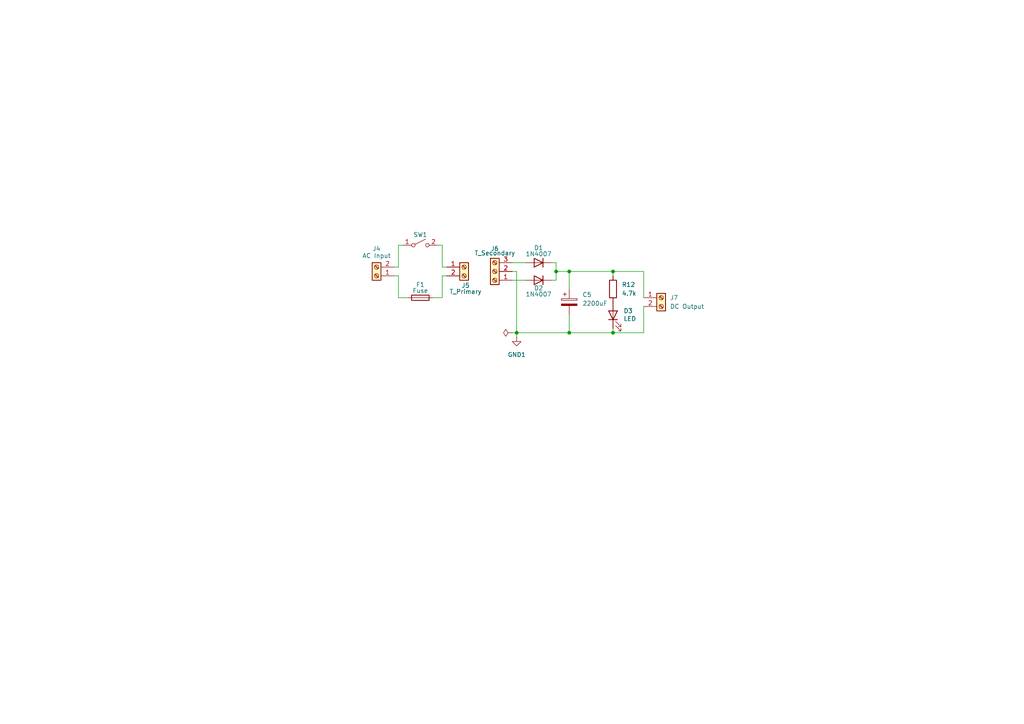
<source format=kicad_sch>
(kicad_sch (version 20250114) (generator "eeschema") (generator_version "9.0")
  (paper "A4")
  (lib_symbols
    (symbol "Connector:Screw_Terminal_01x02" (pin_names (offset 1.016) (hide yes))
      (property "Reference" "J" (at 0 2.54 0))
      (property "Value" "Screw_Terminal_01x02" (at 0 -5.08 0))
      (symbol "Screw_Terminal_01x02_1_1"
        (rectangle (start -1.27 1.27) (end 1.27 -3.81) (stroke (width 0.254)) (fill (type background)))
        (polyline (pts (xy -0.5334 0.3302) (xy 0.3302 -0.508)) (stroke (width 0.1524)))
        (polyline (pts (xy -0.5334 -2.2098) (xy 0.3302 -3.048)) (stroke (width 0.1524)))
        (polyline (pts (xy -0.3556 0.508) (xy 0.508 -0.3302)) (stroke (width 0.1524)))
        (polyline (pts (xy -0.3556 -2.032) (xy 0.508 -2.8702)) (stroke (width 0.1524)))
        (circle (center 0 0) (radius 0.635) (stroke (width 0.1524)))
        (circle (center 0 -2.54) (radius 0.635) (stroke (width 0.1524)))
        (pin passive line (at -5.08 0 0) (length 3.81) (name "Pin_1") (number "1"))
        (pin passive line (at -5.08 -2.54 0) (length 3.81) (name "Pin_2") (number "2"))
      )
    )
    (symbol "Connector:Screw_Terminal_01x03" (pin_names (offset 1.016) (hide yes))
      (property "Reference" "J" (at 0 5.08 0))
      (property "Value" "Screw_Terminal_01x03" (at 0 -5.08 0))
      (symbol "Screw_Terminal_01x03_1_1"
        (rectangle (start -1.27 3.81) (end 1.27 -3.81) (stroke (width 0.254)) (fill (type background)))
        (polyline (pts (xy -0.5334 2.8702) (xy 0.3302 2.032)) (stroke (width 0.1524)))
        (polyline (pts (xy -0.5334 0.3302) (xy 0.3302 -0.508)) (stroke (width 0.1524)))
        (polyline (pts (xy -0.5334 -2.2098) (xy 0.3302 -3.048)) (stroke (width 0.1524)))
        (polyline (pts (xy -0.3556 3.048) (xy 0.508 2.2098)) (stroke (width 0.1524)))
        (polyline (pts (xy -0.3556 0.508) (xy 0.508 -0.3302)) (stroke (width 0.1524)))
        (polyline (pts (xy -0.3556 -2.032) (xy 0.508 -2.8702)) (stroke (width 0.1524)))
        (circle (center 0 2.54) (radius 0.635) (stroke (width 0.1524)))
        (circle (center 0 0) (radius 0.635) (stroke (width 0.1524)))
        (circle (center 0 -2.54) (radius 0.635) (stroke (width 0.1524)))
        (pin passive line (at -5.08 2.54 0) (length 3.81) (name "Pin_1") (number "1"))
        (pin passive line (at -5.08 0 0) (length 3.81) (name "Pin_2") (number "2"))
        (pin passive line (at -5.08 -2.54 0) (length 3.81) (name "Pin_3") (number "3"))
      )
    )
    (symbol "Device:C_Polarized" (pin_numbers (hide yes)) (pin_names (offset 0.254))
      (property "Reference" "C" (at 0.635 2.54 0))
      (property "Value" "C_Polarized" (at 0.635 -2.54 0))
      (symbol "C_Polarized_0_1"
        (rectangle (start -2.286 0.508) (end 2.286 1.016))
        (polyline (pts (xy -1.778 2.286) (xy -0.762 2.286)))
        (polyline (pts (xy -1.27 2.794) (xy -1.27 1.778)))
        (rectangle (start 2.286 -0.508) (end -2.286 -1.016) (fill (type outline)))
      )
      (symbol "C_Polarized_1_1"
        (pin passive line (at 0 3.81 270) (length 2.794) (name "~") (number "1"))
        (pin passive line (at 0 -3.81 90) (length 2.794) (name "~") (number "2"))
      )
    )
    (symbol "Device:Fuse" (pin_numbers (hide yes)) (pin_names (offset 0))
      (property "Reference" "F" (at 2.032 0 90))
      (property "Value" "Fuse" (at -1.905 0 90))
      (symbol "Fuse_0_1"
        (rectangle (start -0.762 -2.54) (end 0.762 2.54) (stroke (width 0.254)))
        (polyline (pts (xy 0 2.54) (xy 0 -2.54)))
      )
      (symbol "Fuse_1_1"
        (pin passive line (at 0 3.81 270) (length 1.27) (name "~") (number "1"))
        (pin passive line (at 0 -3.81 90) (length 1.27) (name "~") (number "2"))
      )
    )
    (symbol "Device:LED" (pin_numbers (hide yes)) (pin_names (offset 1.016) (hide yes))
      (property "Reference" "D" (at 0 2.54 0))
      (property "Value" "LED" (at 0 -2.54 0))
      (symbol "LED_0_1"
        (polyline (pts (xy -3.048 -0.762) (xy -4.572 -2.286) (xy -3.81 -2.286) (xy -4.572 -2.286) (xy -4.572 -1.524)))
        (polyline (pts (xy -1.778 -0.762) (xy -3.302 -2.286) (xy -2.54 -2.286) (xy -3.302 -2.286) (xy -3.302 -1.524)))
        (polyline (pts (xy -1.27 0) (xy 1.27 0)))
        (polyline (pts (xy -1.27 -1.27) (xy -1.27 1.27)) (stroke (width 0.254)))
        (polyline (pts (xy 1.27 -1.27) (xy 1.27 1.27) (xy -1.27 0) (xy 1.27 -1.27)) (stroke (width 0.254)))
      )
      (symbol "LED_1_1"
        (pin passive line (at -3.81 0 0) (length 2.54) (name "K") (number "1"))
        (pin passive line (at 3.81 0 180) (length 2.54) (name "A") (number "2"))
      )
    )
    (symbol "Device:R" (pin_numbers (hide yes)) (pin_names (offset 0))
      (property "Reference" "R" (at 2.032 0 90))
      (property "Value" "R" (at 0 0 90))
      (symbol "R_0_1"
        (rectangle (start -1.016 -2.54) (end 1.016 2.54) (stroke (width 0.254)))
      )
      (symbol "R_1_1"
        (pin passive line (at 0 3.81 270) (length 1.27) (name "~") (number "1"))
        (pin passive line (at 0 -3.81 90) (length 1.27) (name "~") (number "2"))
      )
    )
    (symbol "Diode:1N4007" (pin_numbers (hide yes)) (pin_names (hide yes))
      (property "Reference" "D" (at 0 2.54 0))
      (property "Value" "1N4007" (at 0 -2.54 0))
      (symbol "1N4007_0_1"
        (polyline (pts (xy -1.27 1.27) (xy -1.27 -1.27)) (stroke (width 0.254)))
        (polyline (pts (xy 1.27 1.27) (xy 1.27 -1.27) (xy -1.27 0) (xy 1.27 1.27)) (stroke (width 0.254)))
        (polyline (pts (xy 1.27 0) (xy -1.27 0)))
      )
      (symbol "1N4007_1_1"
        (pin passive line (at -3.81 0 0) (length 2.54) (name "K") (number "1"))
        (pin passive line (at 3.81 0 180) (length 2.54) (name "A") (number "2"))
      )
    )
    (symbol "Switch:SW_SPST" (pin_names (offset 0) (hide yes))
      (property "Reference" "SW" (at 0 3.175 0))
      (property "Value" "SW_SPST" (at 0 -2.54 0))
      (symbol "SW_SPST_0_0"
        (circle (center -2.032 0) (radius 0.508))
        (polyline (pts (xy -1.524 0.254) (xy 1.524 1.778)))
        (circle (center 2.032 0) (radius 0.508))
      )
      (symbol "SW_SPST_1_1"
        (pin passive line (at -5.08 0 0) (length 2.54) (name "A") (number "1"))
        (pin passive line (at 5.08 0 180) (length 2.54) (name "B") (number "2"))
      )
    )
    (symbol "power:GND1" (power) (pin_numbers (hide yes)) (pin_names (offset 0) (hide yes))
      (property "Value" "GND1" (at 0 -3.81 0))
      (symbol "GND1_0_1"
        (polyline (pts (xy 0 0) (xy 0 -1.27) (xy 1.27 -1.27) (xy 0 -2.54) (xy -1.27 -1.27) (xy 0 -1.27)))
      )
      (symbol "GND1_1_1"
        (pin power_in line (at 0 0 270) (length 0) (name "~") (number "1"))
      )
    )
    (symbol "power:PWR_FLAG" (power) (pin_numbers (hide yes)) (pin_names (offset 0) (hide yes))
      (property "Value" "PWR_FLAG" (at 0 3.81 0))
      (symbol "PWR_FLAG_0_0"
        (pin power_out line (at 0 0 90) (length 0) (name "~") (number "1"))
      )
      (symbol "PWR_FLAG_0_1"
        (polyline (pts (xy 0 0) (xy 0 1.27) (xy -1.016 1.905) (xy 0 2.54) (xy 1.016 1.905) (xy 0 1.27)))
      )
    )
  )
  (junction (at 149.86 96.52))
  (junction (at 177.8 96.52))
  (junction (at 165.1 78.74))
  (junction (at 165.1 96.52))
  (junction (at 177.8 78.74))
  (junction (at 161.29 78.74))
  (wire (pts (xy 115.57 77.47) (xy 115.57 71.12)))
  (wire (pts (xy 148.59 76.2) (xy 152.4 76.2)))
  (wire (pts (xy 149.86 78.74) (xy 149.86 96.52)))
  (wire (pts (xy 161.29 76.2) (xy 161.29 78.74)))
  (wire (pts (xy 125.73 86.36) (xy 128.27 86.36)))
  (wire (pts (xy 148.59 81.28) (xy 152.4 81.28)))
  (wire (pts (xy 128.27 77.47) (xy 128.27 71.12)))
  (wire (pts (xy 186.69 96.52) (xy 177.8 96.52)))
  (wire (pts (xy 165.1 96.52) (xy 165.1 91.44)))
  (wire (pts (xy 161.29 78.74) (xy 161.29 81.28)))
  (wire (pts (xy 129.54 77.47) (xy 128.27 77.47)))
  (wire (pts (xy 128.27 71.12) (xy 127 71.12)))
  (wire (pts (xy 165.1 78.74) (xy 177.8 78.74)))
  (wire (pts (xy 160.02 76.2) (xy 161.29 76.2)))
  (wire (pts (xy 128.27 86.36) (xy 128.27 80.01)))
  (wire (pts (xy 161.29 81.28) (xy 160.02 81.28)))
  (wire (pts (xy 165.1 83.82) (xy 165.1 78.74)))
  (wire (pts (xy 148.59 78.74) (xy 149.86 78.74)))
  (wire (pts (xy 128.27 80.01) (xy 129.54 80.01)))
  (wire (pts (xy 115.57 71.12) (xy 116.84 71.12)))
  (wire (pts (xy 186.69 86.36) (xy 186.69 78.74)))
  (wire (pts (xy 177.8 80.01) (xy 177.8 78.74)))
  (wire (pts (xy 177.8 95.25) (xy 177.8 96.52)))
  (wire (pts (xy 115.57 80.01) (xy 115.57 86.36)))
  (wire (pts (xy 149.86 96.52) (xy 165.1 96.52)))
  (wire (pts (xy 115.57 86.36) (xy 118.11 86.36)))
  (wire (pts (xy 148.59 96.52) (xy 149.86 96.52)))
  (wire (pts (xy 114.3 80.01) (xy 115.57 80.01)))
  (wire (pts (xy 114.3 77.47) (xy 115.57 77.47)))
  (wire (pts (xy 149.86 97.79) (xy 149.86 96.52)))
  (wire (pts (xy 165.1 78.74) (xy 161.29 78.74)))
  (wire (pts (xy 186.69 78.74) (xy 177.8 78.74)))
  (wire (pts (xy 186.69 88.9) (xy 186.69 96.52)))
  (wire (pts (xy 165.1 96.52) (xy 177.8 96.52)))
  (symbol (lib_id "Switch:SW_SPST") (at 121.92 71.12 0) (unit 1)
    (property "Reference" "SW1" (at 121.92 68.072 0))
    (property "Value" "SW_SPST" (effects (hide yes)))
    (property "Footprint" "TerminalBlock_Phoenix:TerminalBlock_Phoenix_PT-1,5-2-5.0-H_1x02_P5.00mm_Horizontal" (effects (hide yes)))
    (property "Description" "Single Pole Single Throw (SPST) switch" (effects (hide yes)))
  )
  (symbol (lib_id "Connector:Screw_Terminal_01x02") (at 134.62 77.47 0) (unit 1)
    (property "Reference" "J5" (at 133.858 82.804 0) (effects (justify left)))
    (property "Value" "T_Primary" (at 130.302 84.582 0) (effects (justify left)))
    (property "Footprint" "TerminalBlock_Phoenix:TerminalBlock_Phoenix_PT-1,5-2-5.0-H_1x02_P5.00mm_Horizontal" (effects (hide yes)))
    (property "Description" "Generic screw terminal, single row, 01x02, script generated (kicad-library-utils/schlib/autogen/connector/)" (effects (hide yes)))
  )
  (symbol (lib_id "Device:R") (at 177.8 83.82 0) (unit 1)
    (property "Reference" "R12" (at 180.34 82.5499 0) (effects (justify left)))
    (property "Value" "4.7k" (at 180.34 85.0899 0) (effects (justify left)))
    (property "Footprint" "Resistor_THT:R_Axial_DIN0207_L6.3mm_D2.5mm_P7.62mm_Horizontal" (effects (hide yes)))
    (property "Description" "Resistor" (effects (hide yes)))
  )
  (symbol (lib_id "power:PWR_FLAG") (at 148.59 96.52 90) (unit 1)
    (property "Reference" "#FLG03" (effects (hide yes)))
    (property "Value" "PWR_FLAG" (effects (hide yes)))
    (property "Description" "Special symbol for telling ERC where power comes from" (effects (hide yes)))
  )
  (symbol (lib_id "Diode:1N4007") (at 156.21 76.2 180) (unit 1)
    (property "Reference" "D1" (at 156.21 71.882 0))
    (property "Value" "1N4007" (at 156.21 73.66 0))
    (property "Footprint" "Diode_THT:D_DO-41_SOD81_P10.16mm_Horizontal" (effects (hide yes)))
    (property "Datasheet" "http://www.vishay.com/docs/88503/1n4001.pdf" (effects (hide yes)))
    (property "Description" "1000V 1A General Purpose Rectifier Diode, DO-41" (effects (hide yes)))
    (property "Sim.Device" "D" (effects (hide yes)))
    (property "Sim.Pins" "1=K 2=A" (effects (hide yes)))
  )
  (symbol (lib_id "Device:C_Polarized") (at 165.1 87.63 0) (unit 1)
    (property "Reference" "C5" (at 168.91 85.4709 0) (effects (justify left)))
    (property "Value" "2200uF" (at 168.91 88.0109 0) (effects (justify left)))
    (property "Footprint" "Capacitor_THT:CP_Radial_D12.5mm_P5.00mm" (effects (hide yes)))
    (property "Description" "Polarized capacitor" (effects (hide yes)))
  )
  (symbol (lib_id "Connector:Screw_Terminal_01x02") (at 191.77 86.36 0) (unit 1)
    (property "Reference" "J7" (at 194.31 86.3599 0) (effects (justify left)))
    (property "Value" "DC Output" (at 194.31 88.8999 0) (effects (justify left)))
    (property "Footprint" "TerminalBlock_Phoenix:TerminalBlock_Phoenix_PT-1,5-2-5.0-H_1x02_P5.00mm_Horizontal" (effects (hide yes)))
    (property "Description" "Generic screw terminal, single row, 01x02, script generated (kicad-library-utils/schlib/autogen/connector/)" (effects (hide yes)))
  )
  (symbol (lib_id "Connector:Screw_Terminal_01x03") (at 143.51 78.74 180) (unit 1)
    (property "Reference" "J6" (at 143.51 72.136 0))
    (property "Value" "T_Secondary" (at 143.51 73.406 0))
    (property "Footprint" "TerminalBlock_Phoenix:TerminalBlock_Phoenix_PT-1,5-3-5.0-H_1x03_P5.00mm_Horizontal" (effects (hide yes)))
    (property "Description" "Generic screw terminal, single row, 01x03, script generated (kicad-library-utils/schlib/autogen/connector/)" (effects (hide yes)))
  )
  (symbol (lib_id "Device:Fuse") (at 121.92 86.36 90) (unit 1)
    (property "Reference" "F1" (at 121.92 82.55 90))
    (property "Value" "Fuse" (at 121.92 84.328 90))
    (property "Footprint" "MyFuse_THT:BLX-A 5×20 Black Glass Fuse Holder with Cover" (effects (hide yes)))
    (property "Description" "Fuse" (effects (hide yes)))
  )
  (symbol (lib_id "Diode:1N4007") (at 156.21 81.28 180) (unit 1)
    (property "Reference" "D2" (at 156.21 83.566 0))
    (property "Value" "1N4007" (at 156.21 85.344 0))
    (property "Footprint" "Diode_THT:D_DO-41_SOD81_P10.16mm_Horizontal" (effects (hide yes)))
    (property "Datasheet" "http://www.vishay.com/docs/88503/1n4001.pdf" (effects (hide yes)))
    (property "Description" "1000V 1A General Purpose Rectifier Diode, DO-41" (effects (hide yes)))
    (property "Sim.Device" "D" (effects (hide yes)))
    (property "Sim.Pins" "1=K 2=A" (effects (hide yes)))
  )
  (symbol (lib_id "Device:LED") (at 177.8 91.44 90) (unit 1)
    (property "Reference" "D3" (at 180.848 90.17 90) (effects (justify right)))
    (property "Value" "LED" (at 180.848 92.456 90) (effects (justify right)))
    (property "Footprint" "LED_THT:LED_D5.0mm" (effects (hide yes)))
    (property "Description" "Light emitting diode" (effects (hide yes)))
    (property "Sim.Pins" "1=K 2=A" (effects (hide yes)))
  )
  (symbol (lib_id "Connector:Screw_Terminal_01x02") (at 109.22 80.01 180) (unit 1)
    (property "Reference" "J4" (at 109.22 72.136 0))
    (property "Value" "AC Input" (at 109.22 74.168 0))
    (property "Footprint" "EndTerminal_THT:HB9500-2P_1x2_Screw_Terminal" (effects (hide yes)))
    (property "Description" "Generic screw terminal, single row, 01x02, script generated (kicad-library-utils/schlib/autogen/connector/)" (effects (hide yes)))
  )
  (symbol (lib_id "power:GND1") (at 149.86 97.79 0) (unit 1)
    (property "Reference" "#PWR04" (effects (hide yes)))
    (property "Value" "GND1" (at 149.86 102.87 0))
    (property "Description" "Power symbol creates a global label with name \"GND1\" , ground" (effects (hide yes)))
  )
)
</source>
